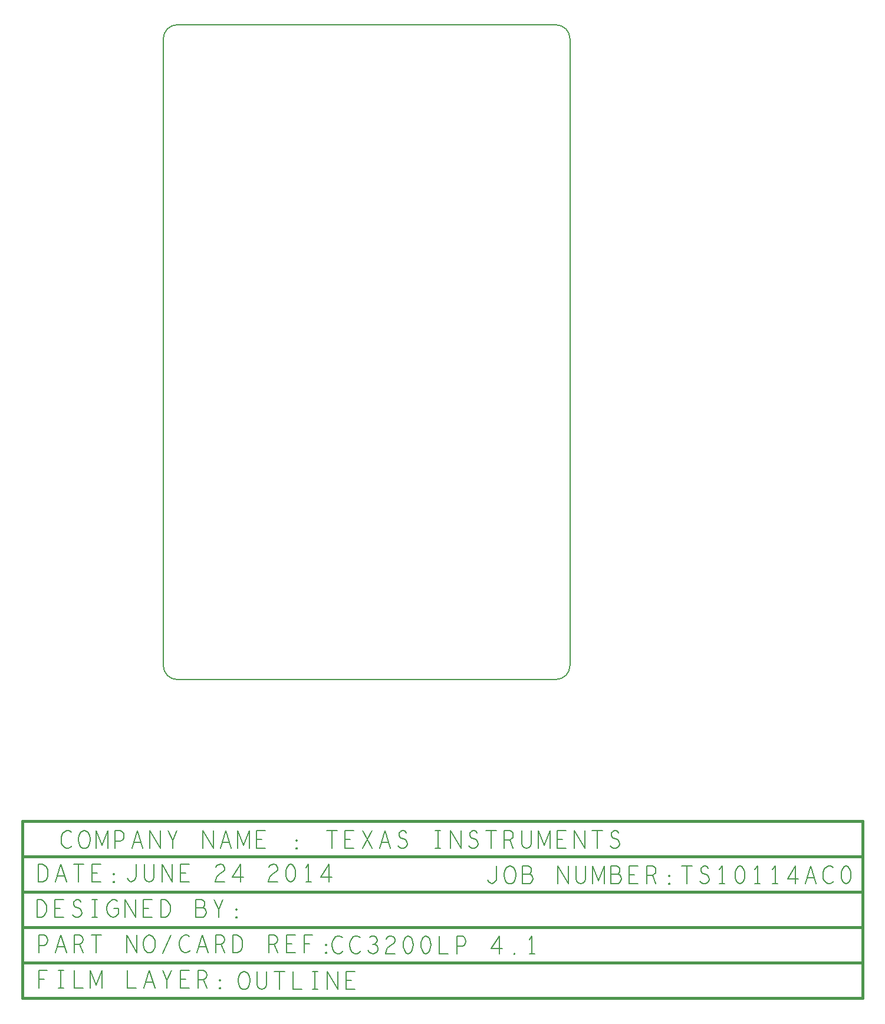
<source format=gbr>
G04 ================== begin FILE IDENTIFICATION RECORD ==================*
G04 Layout Name:  CC3200-LAUNCHXL_BRD_Rev4p1_20140624.brd*
G04 Film Name:    OUTLINE.gbr*
G04 File Format:  Gerber RS274X*
G04 File Origin:  Cadence Allegro 16.6-P004*
G04 Origin Date:  Tue Jun 24 08:36:08 2014*
G04 *
G04 Layer:  DRAWING FORMAT/OUT*
G04 Layer:  DRAWING FORMAT/FILM_LABEL_OUTLINE*
G04 Layer:  BOARD GEOMETRY/OUTLINE*
G04 *
G04 Offset:    (0.0000 0.0000)*
G04 Mirror:    No*
G04 Mode:      Positive*
G04 Rotation:  0*
G04 FullContactRelief:  No*
G04 UndefLineWidth:     6.0000*
G04 ================== end FILE IDENTIFICATION RECORD ====================*
%FSLAX25Y25*MOIN*%
%IR0*IPPOS*OFA0.00000B0.00000*MIA0B0*SFA1.00000B1.00000*%
%ADD10C,.015*%
%ADD11C,.006*%
G75*
%LPD*%
G75*
G54D10*
G01X-77102Y-80133D02*
X395398D01*
Y-180133D01*
X-79602D01*
Y-80133D01*
X-77102D01*
G01X-79602Y-160133D02*
X395398D01*
G01X-79602Y-140133D02*
X395398D01*
G01X-79602Y-120133D02*
X395398D01*
G01X-79602Y-100133D02*
X395398D01*
G54D11*
G01X-70227Y-174333D02*
Y-164333D01*
X-65477D01*
G01X-67227Y-169166D02*
X-70227D01*
G01X-59352Y-164333D02*
X-56352D01*
G01X-57852D02*
Y-174333D01*
G01X-59352D02*
X-56352D01*
G01X-50352Y-164333D02*
Y-174333D01*
X-45352D01*
G01X-41102D02*
Y-164333D01*
X-37852Y-172666D01*
X-34602Y-164333D01*
Y-174333D01*
G01X-20352Y-164333D02*
Y-174333D01*
X-15352D01*
G01X-10977D02*
X-7852Y-164333D01*
X-4727Y-174333D01*
G01X-5852Y-170833D02*
X-9852D01*
G01X2148Y-174333D02*
Y-169833D01*
X-352Y-164333D01*
G01X4648D02*
X2148Y-169833D01*
G01X14648Y-174333D02*
X9648D01*
Y-164333D01*
X14648D01*
G01X12648Y-169166D02*
X9648D01*
G01X19648Y-174333D02*
Y-164333D01*
X22773D01*
X23773Y-164833D01*
X24398Y-165500D01*
X24648Y-166833D01*
X24398Y-168166D01*
X23648Y-169000D01*
X22773Y-169500D01*
X19648D01*
G01X22773D02*
X24648Y-174333D01*
G01X32148Y-174666D02*
X31898Y-174500D01*
Y-174166D01*
X32148Y-174000D01*
X32398Y-174166D01*
Y-174500D01*
X32148Y-174666D01*
G01Y-170167D02*
X31898Y-170000D01*
Y-169666D01*
X32148Y-169500D01*
X32398Y-169666D01*
Y-170000D01*
X32148Y-170167D01*
G01X-70352Y-154333D02*
Y-144333D01*
X-67352D01*
X-66352Y-144833D01*
X-65602Y-146000D01*
X-65352Y-147333D01*
X-65602Y-148666D01*
X-66227Y-149666D01*
X-67352Y-150167D01*
X-70352D01*
G01X-60977Y-154333D02*
X-57852Y-144333D01*
X-54727Y-154333D01*
G01X-55852Y-150833D02*
X-59852D01*
G01X-50352Y-154333D02*
Y-144333D01*
X-47227D01*
X-46227Y-144833D01*
X-45602Y-145500D01*
X-45352Y-146833D01*
X-45602Y-148166D01*
X-46352Y-149000D01*
X-47227Y-149500D01*
X-50352D01*
G01X-47227D02*
X-45352Y-154333D01*
G01X-37852Y-144333D02*
Y-154333D01*
G01X-40727Y-144333D02*
X-34977D01*
G01X-20727Y-154333D02*
Y-144333D01*
X-14977Y-154333D01*
Y-144333D01*
G01X-7852Y-154333D02*
X-8852Y-154166D01*
X-9727Y-153500D01*
X-10477Y-152500D01*
X-10977Y-151333D01*
X-11227Y-150000D01*
Y-148666D01*
X-10977Y-147333D01*
X-10477Y-146166D01*
X-9727Y-145166D01*
X-8852Y-144500D01*
X-7852Y-144333D01*
X-6852Y-144500D01*
X-5977Y-145166D01*
X-5227Y-146166D01*
X-4727Y-147333D01*
X-4477Y-148666D01*
Y-150000D01*
X-4727Y-151333D01*
X-5227Y-152500D01*
X-5977Y-153500D01*
X-6852Y-154166D01*
X-7852Y-154333D01*
G01X-102Y-154666D02*
X4398Y-144333D01*
G01X14898Y-145166D02*
X14148Y-144666D01*
X13273Y-144333D01*
X12273D01*
X11148Y-144833D01*
X10273Y-145666D01*
X9648Y-146666D01*
X9148Y-148333D01*
X9023Y-149833D01*
X9273Y-151333D01*
X9648Y-152333D01*
X10398Y-153333D01*
X11273Y-154000D01*
X12148Y-154333D01*
X13023D01*
X13898Y-154000D01*
X14648Y-153500D01*
X15273Y-152833D01*
G01X19023Y-154333D02*
X22148Y-144333D01*
X25273Y-154333D01*
G01X24148Y-150833D02*
X20148D01*
G01X29648Y-154333D02*
Y-144333D01*
X32773D01*
X33773Y-144833D01*
X34398Y-145500D01*
X34648Y-146833D01*
X34398Y-148166D01*
X33648Y-149000D01*
X32773Y-149500D01*
X29648D01*
G01X32773D02*
X34648Y-154333D01*
G01X39398D02*
Y-144333D01*
X41898D01*
X42898Y-144833D01*
X43648Y-145500D01*
X44273Y-146500D01*
X44773Y-147667D01*
X44898Y-149333D01*
X44773Y-151000D01*
X44273Y-152166D01*
X43648Y-153167D01*
X42898Y-153833D01*
X41898Y-154333D01*
X39398D01*
G01X59648D02*
Y-144333D01*
X62773D01*
X63773Y-144833D01*
X64398Y-145500D01*
X64648Y-146833D01*
X64398Y-148166D01*
X63648Y-149000D01*
X62773Y-149500D01*
X59648D01*
G01X62773D02*
X64648Y-154333D01*
G01X74648D02*
X69648D01*
Y-144333D01*
X74648D01*
G01X72648Y-149166D02*
X69648D01*
G01X79773Y-154333D02*
Y-144333D01*
X84523D01*
G01X82773Y-149166D02*
X79773D01*
G01X92148Y-154666D02*
X91898Y-154500D01*
Y-154166D01*
X92148Y-154000D01*
X92398Y-154166D01*
Y-154500D01*
X92148Y-154666D01*
G01Y-150167D02*
X91898Y-150000D01*
Y-149666D01*
X92148Y-149500D01*
X92398Y-149666D01*
Y-150000D01*
X92148Y-150167D01*
G01X-71352Y-134463D02*
Y-124463D01*
X-68852D01*
X-67852Y-124963D01*
X-67102Y-125630D01*
X-66477Y-126630D01*
X-65977Y-127797D01*
X-65852Y-129463D01*
X-65977Y-131130D01*
X-66477Y-132296D01*
X-67102Y-133297D01*
X-67852Y-133963D01*
X-68852Y-134463D01*
X-71352D01*
G01X-56102D02*
X-61102D01*
Y-124463D01*
X-56102D01*
G01X-58102Y-129296D02*
X-61102D01*
G01X-51227Y-133130D02*
X-50227Y-133963D01*
X-49102Y-134463D01*
X-48102D01*
X-47102Y-133963D01*
X-46352Y-133130D01*
X-45977Y-131963D01*
X-46227Y-130797D01*
X-46852Y-129796D01*
X-47977Y-129130D01*
X-49477Y-128796D01*
X-50352Y-128130D01*
X-50727Y-126963D01*
X-50477Y-125796D01*
X-49852Y-124963D01*
X-48977Y-124463D01*
X-48102D01*
X-47227Y-124796D01*
X-46477Y-125630D01*
G01X-40102Y-124463D02*
X-37102D01*
G01X-38602D02*
Y-134463D01*
G01X-40102D02*
X-37102D01*
G01X-27852Y-129463D02*
X-25352D01*
Y-132463D01*
X-26102Y-133463D01*
X-26977Y-134130D01*
X-28227Y-134463D01*
X-29477Y-134130D01*
X-30352Y-133463D01*
X-31102Y-132463D01*
X-31602Y-131296D01*
X-31852Y-129963D01*
Y-128796D01*
X-31602Y-127797D01*
X-31102Y-126630D01*
X-30352Y-125630D01*
X-29602Y-124963D01*
X-28602Y-124463D01*
X-27727D01*
X-26727Y-124796D01*
X-25977Y-125463D01*
G01X-21477Y-134463D02*
Y-124463D01*
X-15727Y-134463D01*
Y-124463D01*
G01X-6102Y-134463D02*
X-11102D01*
Y-124463D01*
X-6102D01*
G01X-8102Y-129296D02*
X-11102D01*
G01X-1352Y-134463D02*
Y-124463D01*
X1148D01*
X2148Y-124963D01*
X2898Y-125630D01*
X3523Y-126630D01*
X4023Y-127797D01*
X4148Y-129463D01*
X4023Y-131130D01*
X3523Y-132296D01*
X2898Y-133297D01*
X2148Y-133963D01*
X1148Y-134463D01*
X-1352D01*
G01X22398Y-129130D02*
X22898Y-128630D01*
X23273Y-127797D01*
X23523Y-126630D01*
X23273Y-125630D01*
X22773Y-124963D01*
X21898Y-124463D01*
X18523D01*
Y-134463D01*
X22648D01*
X23523Y-133796D01*
X24023Y-132796D01*
X24273Y-131630D01*
X24023Y-130463D01*
X23273Y-129463D01*
X22398Y-129130D01*
X18523D01*
G01X31398Y-134463D02*
Y-129963D01*
X28898Y-124463D01*
G01X33898D02*
X31398Y-129963D01*
G01X41398Y-134796D02*
X41148Y-134630D01*
Y-134296D01*
X41398Y-134130D01*
X41648Y-134296D01*
Y-134630D01*
X41398Y-134796D01*
G01Y-130297D02*
X41148Y-130130D01*
Y-129796D01*
X41398Y-129630D01*
X41648Y-129796D01*
Y-130130D01*
X41398Y-130297D01*
G01X-70602Y-114333D02*
Y-104333D01*
X-68102D01*
X-67102Y-104833D01*
X-66352Y-105500D01*
X-65727Y-106500D01*
X-65227Y-107667D01*
X-65102Y-109333D01*
X-65227Y-111000D01*
X-65727Y-112166D01*
X-66352Y-113167D01*
X-67102Y-113833D01*
X-68102Y-114333D01*
X-70602D01*
G01X-60977D02*
X-57852Y-104333D01*
X-54727Y-114333D01*
G01X-55852Y-110833D02*
X-59852D01*
G01X-47852Y-104333D02*
Y-114333D01*
G01X-50727Y-104333D02*
X-44977D01*
G01X-35352Y-114333D02*
X-40352D01*
Y-104333D01*
X-35352D01*
G01X-37352Y-109166D02*
X-40352D01*
G01X-27852Y-114666D02*
X-28102Y-114500D01*
Y-114166D01*
X-27852Y-114000D01*
X-27602Y-114166D01*
Y-114500D01*
X-27852Y-114666D01*
G01Y-110167D02*
X-28102Y-110000D01*
Y-109666D01*
X-27852Y-109500D01*
X-27602Y-109666D01*
Y-110000D01*
X-27852Y-110167D01*
G01X-20352Y-112333D02*
X-19727Y-113333D01*
X-18977Y-114000D01*
X-18102Y-114333D01*
X-17102Y-114000D01*
X-16352Y-113333D01*
X-15602Y-112333D01*
X-15352Y-111000D01*
Y-104333D01*
G01X-10602D02*
Y-111500D01*
X-10102Y-113000D01*
X-9102Y-114000D01*
X-7852Y-114333D01*
X-6602Y-114000D01*
X-5602Y-113000D01*
X-5102Y-111500D01*
Y-104333D01*
G01X-727Y-114333D02*
Y-104333D01*
X5023Y-114333D01*
Y-104333D01*
G01X14648Y-114333D02*
X9648D01*
Y-104333D01*
X14648D01*
G01X12648Y-109166D02*
X9648D01*
G01X29773Y-106000D02*
X30523Y-105000D01*
X31398Y-104500D01*
X32398Y-104333D01*
X33648Y-104666D01*
X34523Y-105500D01*
X34773Y-106500D01*
X34648Y-107500D01*
X34148Y-108333D01*
X31648Y-110000D01*
X30523Y-111166D01*
X29773Y-112833D01*
X29523Y-114333D01*
X34773D01*
G01X43648D02*
Y-104333D01*
X39023Y-111500D01*
X45273D01*
G01X59773Y-106000D02*
X60523Y-105000D01*
X61398Y-104500D01*
X62398Y-104333D01*
X63648Y-104666D01*
X64523Y-105500D01*
X64773Y-106500D01*
X64648Y-107500D01*
X64148Y-108333D01*
X61648Y-110000D01*
X60523Y-111166D01*
X59773Y-112833D01*
X59523Y-114333D01*
X64773D01*
G01X72148Y-104333D02*
X71148Y-104666D01*
X70398Y-105500D01*
X69898Y-106500D01*
X69523Y-107833D01*
X69398Y-109333D01*
X69523Y-110833D01*
X69898Y-112166D01*
X70398Y-113167D01*
X71148Y-114000D01*
X72148Y-114333D01*
X73148Y-114000D01*
X73898Y-113167D01*
X74398Y-112166D01*
X74773Y-110833D01*
X74898Y-109333D01*
X74773Y-107833D01*
X74398Y-106500D01*
X73898Y-105500D01*
X73148Y-104666D01*
X72148Y-104333D01*
G01X82148Y-114333D02*
Y-104333D01*
X80648Y-106333D01*
G01Y-114333D02*
X83648D01*
G01X93648D02*
Y-104333D01*
X89023Y-111500D01*
X95273D01*
G01X-51852Y-86296D02*
X-52602Y-85796D01*
X-53477Y-85463D01*
X-54477D01*
X-55602Y-85963D01*
X-56477Y-86796D01*
X-57102Y-87796D01*
X-57602Y-89463D01*
X-57727Y-90963D01*
X-57477Y-92463D01*
X-57102Y-93463D01*
X-56352Y-94463D01*
X-55477Y-95130D01*
X-54602Y-95463D01*
X-53727D01*
X-52852Y-95130D01*
X-52102Y-94630D01*
X-51477Y-93963D01*
G01X-44602Y-95463D02*
X-45602Y-95296D01*
X-46477Y-94630D01*
X-47227Y-93630D01*
X-47727Y-92463D01*
X-47977Y-91130D01*
Y-89796D01*
X-47727Y-88463D01*
X-47227Y-87296D01*
X-46477Y-86296D01*
X-45602Y-85630D01*
X-44602Y-85463D01*
X-43602Y-85630D01*
X-42727Y-86296D01*
X-41977Y-87296D01*
X-41477Y-88463D01*
X-41227Y-89796D01*
Y-91130D01*
X-41477Y-92463D01*
X-41977Y-93630D01*
X-42727Y-94630D01*
X-43602Y-95296D01*
X-44602Y-95463D01*
G01X-37852D02*
Y-85463D01*
X-34602Y-93796D01*
X-31352Y-85463D01*
Y-95463D01*
G01X-27102D02*
Y-85463D01*
X-24102D01*
X-23102Y-85963D01*
X-22352Y-87130D01*
X-22102Y-88463D01*
X-22352Y-89796D01*
X-22977Y-90796D01*
X-24102Y-91297D01*
X-27102D01*
G01X-17727Y-95463D02*
X-14602Y-85463D01*
X-11477Y-95463D01*
G01X-12602Y-91963D02*
X-16602D01*
G01X-7477Y-95463D02*
Y-85463D01*
X-1727Y-95463D01*
Y-85463D01*
G01X5398Y-95463D02*
Y-90963D01*
X2898Y-85463D01*
G01X7898D02*
X5398Y-90963D01*
G01X22523Y-95463D02*
Y-85463D01*
X28273Y-95463D01*
Y-85463D01*
G01X32273Y-95463D02*
X35398Y-85463D01*
X38523Y-95463D01*
G01X37398Y-91963D02*
X33398D01*
G01X42148Y-95463D02*
Y-85463D01*
X45398Y-93796D01*
X48648Y-85463D01*
Y-95463D01*
G01X57898D02*
X52898D01*
Y-85463D01*
X57898D01*
G01X55898Y-90296D02*
X52898D01*
G01X75398Y-95796D02*
X75148Y-95630D01*
Y-95296D01*
X75398Y-95130D01*
X75648Y-95296D01*
Y-95630D01*
X75398Y-95796D01*
G01Y-91297D02*
X75148Y-91130D01*
Y-90796D01*
X75398Y-90630D01*
X75648Y-90796D01*
Y-91130D01*
X75398Y-91297D01*
G01X95398Y-85463D02*
Y-95463D01*
G01X92523Y-85463D02*
X98273D01*
G01X107898Y-95463D02*
X102898D01*
Y-85463D01*
X107898D01*
G01X105898Y-90296D02*
X102898D01*
G01X112773Y-95463D02*
X118023Y-85463D01*
G01X112773D02*
X118023Y-95463D01*
G01X122273D02*
X125398Y-85463D01*
X128523Y-95463D01*
G01X127398Y-91963D02*
X123398D01*
G01X132773Y-94130D02*
X133773Y-94963D01*
X134898Y-95463D01*
X135898D01*
X136898Y-94963D01*
X137648Y-94130D01*
X138023Y-92963D01*
X137773Y-91797D01*
X137148Y-90796D01*
X136023Y-90130D01*
X134523Y-89796D01*
X133648Y-89130D01*
X133273Y-87963D01*
X133523Y-86796D01*
X134148Y-85963D01*
X135023Y-85463D01*
X135898D01*
X136773Y-85796D01*
X137523Y-86630D01*
G01X153898Y-85463D02*
X156898D01*
G01X155398D02*
Y-95463D01*
G01X153898D02*
X156898D01*
G01X162523D02*
Y-85463D01*
X168273Y-95463D01*
Y-85463D01*
G01X172773Y-94130D02*
X173773Y-94963D01*
X174898Y-95463D01*
X175898D01*
X176898Y-94963D01*
X177648Y-94130D01*
X178023Y-92963D01*
X177773Y-91797D01*
X177148Y-90796D01*
X176023Y-90130D01*
X174523Y-89796D01*
X173648Y-89130D01*
X173273Y-87963D01*
X173523Y-86796D01*
X174148Y-85963D01*
X175023Y-85463D01*
X175898D01*
X176773Y-85796D01*
X177523Y-86630D01*
G01X185398Y-85463D02*
Y-95463D01*
G01X182523Y-85463D02*
X188273D01*
G01X192898Y-95463D02*
Y-85463D01*
X196023D01*
X197023Y-85963D01*
X197648Y-86630D01*
X197898Y-87963D01*
X197648Y-89296D01*
X196898Y-90130D01*
X196023Y-90630D01*
X192898D01*
G01X196023D02*
X197898Y-95463D01*
G01X202648Y-85463D02*
Y-92630D01*
X203148Y-94130D01*
X204148Y-95130D01*
X205398Y-95463D01*
X206648Y-95130D01*
X207648Y-94130D01*
X208148Y-92630D01*
Y-85463D01*
G01X212148Y-95463D02*
Y-85463D01*
X215398Y-93796D01*
X218648Y-85463D01*
Y-95463D01*
G01X227898D02*
X222898D01*
Y-85463D01*
X227898D01*
G01X225898Y-90296D02*
X222898D01*
G01X232523Y-95463D02*
Y-85463D01*
X238273Y-95463D01*
Y-85463D01*
G01X245398D02*
Y-95463D01*
G01X242523Y-85463D02*
X248273D01*
G01X252773Y-94130D02*
X253773Y-94963D01*
X254898Y-95463D01*
X255898D01*
X256898Y-94963D01*
X257648Y-94130D01*
X258023Y-92963D01*
X257773Y-91797D01*
X257148Y-90796D01*
X256023Y-90130D01*
X254523Y-89796D01*
X253648Y-89130D01*
X253273Y-87963D01*
X253523Y-86796D01*
X254148Y-85963D01*
X255023Y-85463D01*
X255898D01*
X256773Y-85796D01*
X257523Y-86630D01*
G01X8000Y0D02*
X222000D01*
G03X230000Y8000I0J8000D01*
G01Y362000D01*
G03X222000Y370000I-8000J0D01*
G01X8000D01*
G03X0Y362000I0J-8000D01*
G01Y8000D01*
G03X8000Y0I8000J0D01*
G01X45750Y-175000D02*
X44750Y-174833D01*
X43875Y-174167D01*
X43125Y-173167D01*
X42625Y-172000D01*
X42375Y-170667D01*
Y-169333D01*
X42625Y-168000D01*
X43125Y-166833D01*
X43875Y-165833D01*
X44750Y-165167D01*
X45750Y-165000D01*
X46750Y-165167D01*
X47625Y-165833D01*
X48375Y-166833D01*
X48875Y-168000D01*
X49125Y-169333D01*
Y-170667D01*
X48875Y-172000D01*
X48375Y-173167D01*
X47625Y-174167D01*
X46750Y-174833D01*
X45750Y-175000D01*
G01X53000Y-165000D02*
Y-172167D01*
X53500Y-173667D01*
X54500Y-174667D01*
X55750Y-175000D01*
X57000Y-174667D01*
X58000Y-173667D01*
X58500Y-172167D01*
Y-165000D01*
G01X65750D02*
Y-175000D01*
G01X62875Y-165000D02*
X68625D01*
G01X73250D02*
Y-175000D01*
X78250D01*
G01X84250Y-165000D02*
X87250D01*
G01X85750D02*
Y-175000D01*
G01X84250D02*
X87250D01*
G01X92875D02*
Y-165000D01*
X98625Y-175000D01*
Y-165000D01*
G01X108250Y-175000D02*
X103250D01*
Y-165000D01*
X108250D01*
G01X106250Y-169833D02*
X103250D01*
G01X101250Y-145667D02*
X100500Y-145167D01*
X99625Y-144833D01*
X98625D01*
X97500Y-145334D01*
X96625Y-146167D01*
X96000Y-147167D01*
X95500Y-148833D01*
X95375Y-150333D01*
X95625Y-151833D01*
X96000Y-152833D01*
X96750Y-153834D01*
X97625Y-154500D01*
X98500Y-154833D01*
X99375D01*
X100250Y-154500D01*
X101000Y-154000D01*
X101625Y-153334D01*
G01X111250Y-145667D02*
X110500Y-145167D01*
X109625Y-144833D01*
X108625D01*
X107500Y-145334D01*
X106625Y-146167D01*
X106000Y-147167D01*
X105500Y-148833D01*
X105375Y-150333D01*
X105625Y-151833D01*
X106000Y-152833D01*
X106750Y-153834D01*
X107625Y-154500D01*
X108500Y-154833D01*
X109375D01*
X110250Y-154500D01*
X111000Y-154000D01*
X111625Y-153334D01*
G01X115750Y-152833D02*
X116500Y-154000D01*
X117500Y-154667D01*
X118625Y-154833D01*
X119625Y-154667D01*
X120625Y-153834D01*
X121250Y-152833D01*
X121375Y-151833D01*
X121125Y-150667D01*
X120250Y-149833D01*
X119375Y-149500D01*
X118250D01*
G01X119375D02*
X120125Y-149000D01*
X120750Y-148167D01*
X121000Y-147167D01*
X120750Y-146167D01*
X120125Y-145334D01*
X119000Y-144833D01*
X117875Y-145000D01*
X116750Y-145667D01*
G01X126125Y-146500D02*
X126875Y-145500D01*
X127750Y-145000D01*
X128750Y-144833D01*
X130000Y-145167D01*
X130875Y-146000D01*
X131125Y-147000D01*
X131000Y-148000D01*
X130500Y-148833D01*
X128000Y-150500D01*
X126875Y-151667D01*
X126125Y-153334D01*
X125875Y-154833D01*
X131125D01*
G01X138500Y-144833D02*
X137500Y-145167D01*
X136750Y-146000D01*
X136250Y-147000D01*
X135875Y-148334D01*
X135750Y-149833D01*
X135875Y-151333D01*
X136250Y-152667D01*
X136750Y-153667D01*
X137500Y-154500D01*
X138500Y-154833D01*
X139500Y-154500D01*
X140250Y-153667D01*
X140750Y-152667D01*
X141125Y-151333D01*
X141250Y-149833D01*
X141125Y-148334D01*
X140750Y-147000D01*
X140250Y-146000D01*
X139500Y-145167D01*
X138500Y-144833D01*
G01X148500D02*
X147500Y-145167D01*
X146750Y-146000D01*
X146250Y-147000D01*
X145875Y-148334D01*
X145750Y-149833D01*
X145875Y-151333D01*
X146250Y-152667D01*
X146750Y-153667D01*
X147500Y-154500D01*
X148500Y-154833D01*
X149500Y-154500D01*
X150250Y-153667D01*
X150750Y-152667D01*
X151125Y-151333D01*
X151250Y-149833D01*
X151125Y-148334D01*
X150750Y-147000D01*
X150250Y-146000D01*
X149500Y-145167D01*
X148500Y-144833D01*
G01X156000D02*
Y-154833D01*
X161000D01*
G01X166000D02*
Y-144833D01*
X169000D01*
X170000Y-145334D01*
X170750Y-146500D01*
X171000Y-147833D01*
X170750Y-149167D01*
X170125Y-150167D01*
X169000Y-150667D01*
X166000D01*
G01X190000Y-154833D02*
Y-144833D01*
X185375Y-152000D01*
X191625D01*
G01X198500Y-155167D02*
X198250Y-155000D01*
Y-154667D01*
X198500Y-154500D01*
X198750Y-154667D01*
Y-155000D01*
X198500Y-155167D01*
G01X208500Y-154833D02*
Y-144833D01*
X207000Y-146833D01*
G01Y-154833D02*
X210000D01*
G01X183550Y-113400D02*
X184175Y-114400D01*
X184925Y-115067D01*
X185800Y-115400D01*
X186800Y-115067D01*
X187550Y-114400D01*
X188300Y-113400D01*
X188550Y-112067D01*
Y-105400D01*
G01X196050Y-115400D02*
X195050Y-115233D01*
X194175Y-114567D01*
X193425Y-113567D01*
X192925Y-112400D01*
X192675Y-111067D01*
Y-109733D01*
X192925Y-108400D01*
X193425Y-107233D01*
X194175Y-106233D01*
X195050Y-105567D01*
X196050Y-105400D01*
X197050Y-105567D01*
X197925Y-106233D01*
X198675Y-107233D01*
X199175Y-108400D01*
X199425Y-109733D01*
Y-111067D01*
X199175Y-112400D01*
X198675Y-113567D01*
X197925Y-114567D01*
X197050Y-115233D01*
X196050Y-115400D01*
G01X207050Y-110067D02*
X207550Y-109567D01*
X207925Y-108734D01*
X208175Y-107567D01*
X207925Y-106567D01*
X207425Y-105900D01*
X206550Y-105400D01*
X203175D01*
Y-115400D01*
X207300D01*
X208175Y-114733D01*
X208675Y-113733D01*
X208925Y-112567D01*
X208675Y-111400D01*
X207925Y-110400D01*
X207050Y-110067D01*
X203175D01*
G01X223175Y-115400D02*
Y-105400D01*
X228925Y-115400D01*
Y-105400D01*
G01X233300D02*
Y-112567D01*
X233800Y-114067D01*
X234800Y-115067D01*
X236050Y-115400D01*
X237300Y-115067D01*
X238300Y-114067D01*
X238800Y-112567D01*
Y-105400D01*
G01X242800Y-115400D02*
Y-105400D01*
X246050Y-113733D01*
X249300Y-105400D01*
Y-115400D01*
G01X257050Y-110067D02*
X257550Y-109567D01*
X257925Y-108734D01*
X258175Y-107567D01*
X257925Y-106567D01*
X257425Y-105900D01*
X256550Y-105400D01*
X253175D01*
Y-115400D01*
X257300D01*
X258175Y-114733D01*
X258675Y-113733D01*
X258925Y-112567D01*
X258675Y-111400D01*
X257925Y-110400D01*
X257050Y-110067D01*
X253175D01*
G01X268550Y-115400D02*
X263550D01*
Y-105400D01*
X268550D01*
G01X266550Y-110233D02*
X263550D01*
G01X273550Y-115400D02*
Y-105400D01*
X276675D01*
X277675Y-105900D01*
X278300Y-106567D01*
X278550Y-107900D01*
X278300Y-109233D01*
X277550Y-110067D01*
X276675Y-110567D01*
X273550D01*
G01X276675D02*
X278550Y-115400D01*
G01X286050Y-115733D02*
X285800Y-115567D01*
Y-115233D01*
X286050Y-115067D01*
X286300Y-115233D01*
Y-115567D01*
X286050Y-115733D01*
G01Y-111234D02*
X285800Y-111067D01*
Y-110733D01*
X286050Y-110567D01*
X286300Y-110733D01*
Y-111067D01*
X286050Y-111234D01*
G01X296050Y-105400D02*
Y-115400D01*
G01X293175Y-105400D02*
X298925D01*
G01X303425Y-114067D02*
X304425Y-114900D01*
X305550Y-115400D01*
X306550D01*
X307550Y-114900D01*
X308300Y-114067D01*
X308675Y-112900D01*
X308425Y-111734D01*
X307800Y-110733D01*
X306675Y-110067D01*
X305175Y-109733D01*
X304300Y-109067D01*
X303925Y-107900D01*
X304175Y-106733D01*
X304800Y-105900D01*
X305675Y-105400D01*
X306550D01*
X307425Y-105733D01*
X308175Y-106567D01*
G01X316050Y-115400D02*
Y-105400D01*
X314550Y-107400D01*
G01Y-115400D02*
X317550D01*
G01X326050Y-105400D02*
X325050Y-105733D01*
X324300Y-106567D01*
X323800Y-107567D01*
X323425Y-108900D01*
X323300Y-110400D01*
X323425Y-111900D01*
X323800Y-113233D01*
X324300Y-114234D01*
X325050Y-115067D01*
X326050Y-115400D01*
X327050Y-115067D01*
X327800Y-114234D01*
X328300Y-113233D01*
X328675Y-111900D01*
X328800Y-110400D01*
X328675Y-108900D01*
X328300Y-107567D01*
X327800Y-106567D01*
X327050Y-105733D01*
X326050Y-105400D01*
G01X336050Y-115400D02*
Y-105400D01*
X334550Y-107400D01*
G01Y-115400D02*
X337550D01*
G01X346050D02*
Y-105400D01*
X344550Y-107400D01*
G01Y-115400D02*
X347550D01*
G01X357550D02*
Y-105400D01*
X352925Y-112567D01*
X359175D01*
G01X362925Y-115400D02*
X366050Y-105400D01*
X369175Y-115400D01*
G01X368050Y-111900D02*
X364050D01*
G01X378800Y-106233D02*
X378050Y-105733D01*
X377175Y-105400D01*
X376175D01*
X375050Y-105900D01*
X374175Y-106733D01*
X373550Y-107733D01*
X373050Y-109400D01*
X372925Y-110900D01*
X373175Y-112400D01*
X373550Y-113400D01*
X374300Y-114400D01*
X375175Y-115067D01*
X376050Y-115400D01*
X376925D01*
X377800Y-115067D01*
X378550Y-114567D01*
X379175Y-113900D01*
G01X386050Y-105400D02*
X385050Y-105733D01*
X384300Y-106567D01*
X383800Y-107567D01*
X383425Y-108900D01*
X383300Y-110400D01*
X383425Y-111900D01*
X383800Y-113233D01*
X384300Y-114234D01*
X385050Y-115067D01*
X386050Y-115400D01*
X387050Y-115067D01*
X387800Y-114234D01*
X388300Y-113233D01*
X388675Y-111900D01*
X388800Y-110400D01*
X388675Y-108900D01*
X388300Y-107567D01*
X387800Y-106567D01*
X387050Y-105733D01*
X386050Y-105400D01*
M02*

</source>
